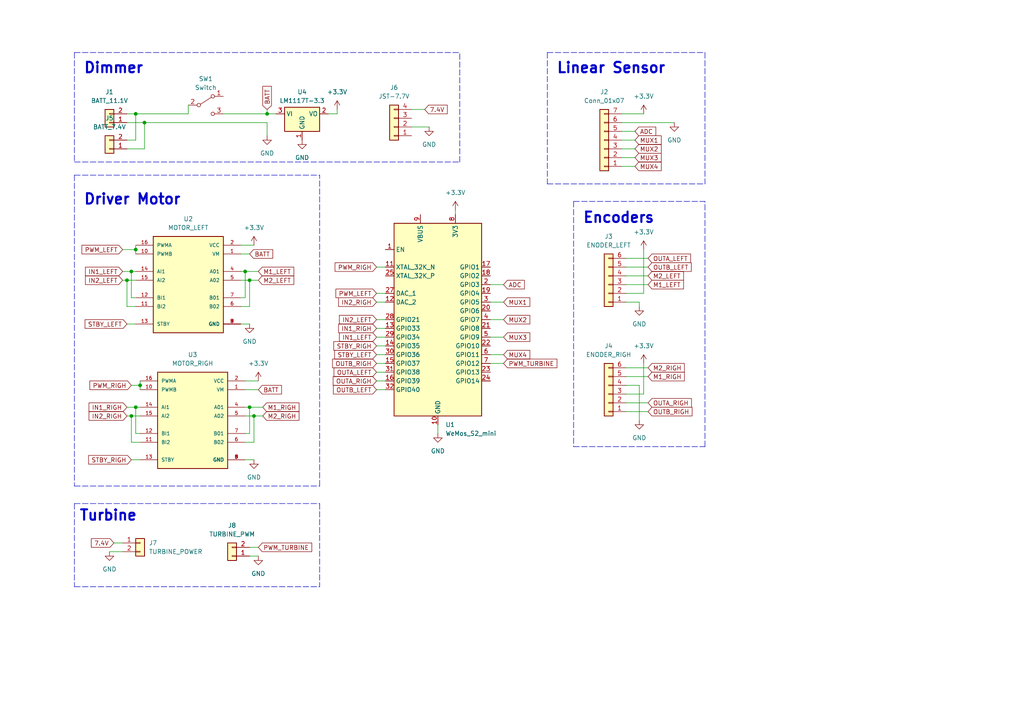
<source format=kicad_sch>
(kicad_sch (version 20230121) (generator eeschema)
  (paper "A4")
  (lib_symbols
    (symbol "Connector_Generic:Conn_01x02" (pin_names (offset 1.016) hide)
      (property "Reference" "J" (at 0 2.54 0))
      (property "Value" "Conn_01x02" (at 0 -5.08 0))
      (symbol "Conn_01x02_1_1"
        (rectangle (start -1.27 -2.413) (end 0 -2.667) (stroke (width 0.1524)))
        (rectangle (start -1.27 0.127) (end 0 -0.127) (stroke (width 0.1524)))
        (rectangle (start -1.27 1.27) (end 1.27 -3.81) (stroke (width 0.254)) (fill (type background)))
        (pin passive line (at -5.08 0 0) (length 3.81) (name "Pin_1") (number "1"))
        (pin passive line (at -5.08 -2.54 0) (length 3.81) (name "Pin_2") (number "2"))
      )
    )
    (symbol "Connector_Generic:Conn_01x04" (pin_names (offset 1.016) hide)
      (property "Reference" "J" (at 0 5.08 0))
      (property "Value" "Conn_01x04" (at 0 -7.62 0))
      (symbol "Conn_01x04_1_1"
        (rectangle (start -1.27 -4.953) (end 0 -5.207) (stroke (width 0.1524)))
        (rectangle (start -1.27 -2.413) (end 0 -2.667) (stroke (width 0.1524)))
        (rectangle (start -1.27 0.127) (end 0 -0.127) (stroke (width 0.1524)))
        (rectangle (start -1.27 2.667) (end 0 2.413) (stroke (width 0.1524)))
        (rectangle (start -1.27 3.81) (end 1.27 -6.35) (stroke (width 0.254)) (fill (type background)))
        (pin passive line (at -5.08 2.54 0) (length 3.81) (name "Pin_1") (number "1"))
        (pin passive line (at -5.08 0 0) (length 3.81) (name "Pin_2") (number "2"))
        (pin passive line (at -5.08 -2.54 0) (length 3.81) (name "Pin_3") (number "3"))
        (pin passive line (at -5.08 -5.08 0) (length 3.81) (name "Pin_4") (number "4"))
      )
    )
    (symbol "Connector_Generic:Conn_01x06" (pin_names (offset 1.016) hide)
      (property "Reference" "J" (at 0 7.62 0))
      (property "Value" "Conn_01x06" (at 0 -10.16 0))
      (symbol "Conn_01x06_1_1"
        (rectangle (start -1.27 -7.493) (end 0 -7.747) (stroke (width 0.1524)))
        (rectangle (start -1.27 -4.953) (end 0 -5.207) (stroke (width 0.1524)))
        (rectangle (start -1.27 -2.413) (end 0 -2.667) (stroke (width 0.1524)))
        (rectangle (start -1.27 0.127) (end 0 -0.127) (stroke (width 0.1524)))
        (rectangle (start -1.27 2.667) (end 0 2.413) (stroke (width 0.1524)))
        (rectangle (start -1.27 5.207) (end 0 4.953) (stroke (width 0.1524)))
        (rectangle (start -1.27 6.35) (end 1.27 -8.89) (stroke (width 0.254)) (fill (type background)))
        (pin passive line (at -5.08 5.08 0) (length 3.81) (name "Pin_1") (number "1"))
        (pin passive line (at -5.08 2.54 0) (length 3.81) (name "Pin_2") (number "2"))
        (pin passive line (at -5.08 0 0) (length 3.81) (name "Pin_3") (number "3"))
        (pin passive line (at -5.08 -2.54 0) (length 3.81) (name "Pin_4") (number "4"))
        (pin passive line (at -5.08 -5.08 0) (length 3.81) (name "Pin_5") (number "5"))
        (pin passive line (at -5.08 -7.62 0) (length 3.81) (name "Pin_6") (number "6"))
      )
    )
    (symbol "Connector_Generic:Conn_01x07" (pin_names (offset 1.016) hide)
      (property "Reference" "J" (at 0 10.16 0))
      (property "Value" "Conn_01x07" (at 0 -10.16 0))
      (symbol "Conn_01x07_1_1"
        (rectangle (start -1.27 -7.493) (end 0 -7.747) (stroke (width 0.1524)))
        (rectangle (start -1.27 -4.953) (end 0 -5.207) (stroke (width 0.1524)))
        (rectangle (start -1.27 -2.413) (end 0 -2.667) (stroke (width 0.1524)))
        (rectangle (start -1.27 0.127) (end 0 -0.127) (stroke (width 0.1524)))
        (rectangle (start -1.27 2.667) (end 0 2.413) (stroke (width 0.1524)))
        (rectangle (start -1.27 5.207) (end 0 4.953) (stroke (width 0.1524)))
        (rectangle (start -1.27 7.747) (end 0 7.493) (stroke (width 0.1524)))
        (rectangle (start -1.27 8.89) (end 1.27 -8.89) (stroke (width 0.254)) (fill (type background)))
        (pin passive line (at -5.08 7.62 0) (length 3.81) (name "Pin_1") (number "1"))
        (pin passive line (at -5.08 5.08 0) (length 3.81) (name "Pin_2") (number "2"))
        (pin passive line (at -5.08 2.54 0) (length 3.81) (name "Pin_3") (number "3"))
        (pin passive line (at -5.08 0 0) (length 3.81) (name "Pin_4") (number "4"))
        (pin passive line (at -5.08 -2.54 0) (length 3.81) (name "Pin_5") (number "5"))
        (pin passive line (at -5.08 -5.08 0) (length 3.81) (name "Pin_6") (number "6"))
        (pin passive line (at -5.08 -7.62 0) (length 3.81) (name "Pin_7") (number "7"))
      )
    )
    (symbol "MCU_Module:WeMos_S2_mini"
      (property "Reference" "U" (at 2.54 -30.48 0))
      (property "Value" "WeMos_S2_mini" (at 2.54 -33.02 0))
      (symbol "WeMos_S2_mini_1_1"
        (rectangle (start -12.7 27.94) (end 12.7 -27.94) (stroke (width 0.254)) (fill (type background)))
        (pin input line (at -15.24 20.32 0) (length 2.54) (name "EN") (number "1"))
        (pin power_in line (at 0 -30.48 90) (length 2.54) (name "GND") (number "10"))
        (pin input line (at -15.24 15.24 0) (length 2.54) (name "XTAL_32K_N") (number "11"))
        (pin output line (at -15.24 5.08 0) (length 2.54) (name "DAC_2") (number "12"))
        (pin bidirectional line (at -15.24 -2.54 0) (length 2.54) (name "GPIO33") (number "13"))
        (pin bidirectional line (at -15.24 -7.62 0) (length 2.54) (name "GPIO35") (number "14"))
        (pin bidirectional line (at -15.24 -12.7 0) (length 2.54) (name "GPIO37") (number "15"))
        (pin bidirectional line (at -15.24 -17.78 0) (length 2.54) (name "GPIO39") (number "16"))
        (pin bidirectional line (at 15.24 15.24 180) (length 2.54) (name "GPIO1") (number "17"))
        (pin bidirectional line (at 15.24 12.7 180) (length 2.54) (name "GPIO2") (number "18"))
        (pin bidirectional line (at 15.24 7.62 180) (length 2.54) (name "GPIO4") (number "19"))
        (pin bidirectional line (at 15.24 10.16 180) (length 2.54) (name "GPIO3") (number "2"))
        (pin bidirectional line (at 15.24 2.54 180) (length 2.54) (name "GPIO6") (number "20"))
        (pin bidirectional line (at 15.24 -2.54 180) (length 2.54) (name "GPIO8") (number "21"))
        (pin bidirectional line (at 15.24 -7.62 180) (length 2.54) (name "GPIO10") (number "22"))
        (pin bidirectional line (at 15.24 -15.24 180) (length 2.54) (name "GPIO13") (number "23"))
        (pin bidirectional line (at 15.24 -17.78 180) (length 2.54) (name "GPIO14") (number "24"))
        (pin output line (at -15.24 12.7 0) (length 2.54) (name "XTAL_32K_P") (number "25"))
        (pin passive line (at 0 -30.48 90) (length 2.54) hide (name "GND") (number "26"))
        (pin output line (at -15.24 7.62 0) (length 2.54) (name "DAC_1") (number "27"))
        (pin bidirectional line (at -15.24 0 0) (length 2.54) (name "GPIO21") (number "28"))
        (pin bidirectional line (at -15.24 -5.08 0) (length 2.54) (name "GPIO34") (number "29"))
        (pin bidirectional line (at 15.24 5.08 180) (length 2.54) (name "GPIO5") (number "3"))
        (pin bidirectional line (at -15.24 -10.16 0) (length 2.54) (name "GPIO36") (number "30"))
        (pin bidirectional line (at -15.24 -15.24 0) (length 2.54) (name "GPIO38") (number "31"))
        (pin bidirectional line (at -15.24 -20.32 0) (length 2.54) (name "GPIO40") (number "32"))
        (pin bidirectional line (at 15.24 0 180) (length 2.54) (name "GPIO7") (number "4"))
        (pin bidirectional line (at 15.24 -5.08 180) (length 2.54) (name "GPIO9") (number "5"))
        (pin bidirectional line (at 15.24 -10.16 180) (length 2.54) (name "GPIO11") (number "6"))
        (pin bidirectional line (at 15.24 -12.7 180) (length 2.54) (name "GPIO12") (number "7"))
        (pin power_out line (at 5.08 30.48 270) (length 2.54) (name "3V3") (number "8"))
        (pin power_out line (at -5.08 30.48 270) (length 2.54) (name "VBUS") (number "9"))
      )
    )
    (symbol "Regulator_Linear:LM1117T-3.3"
      (property "Reference" "U" (at -3.81 3.175 0))
      (property "Value" "LM1117T-3.3" (at 0 3.175 0))
      (symbol "LM1117T-3.3_0_1"
        (rectangle (start -5.08 -5.08) (end 5.08 1.905) (stroke (width 0.254)) (fill (type background)))
      )
      (symbol "LM1117T-3.3_1_1"
        (pin power_in line (at 0 -7.62 90) (length 2.54) (name "GND") (number "1"))
        (pin power_out line (at 7.62 0 180) (length 2.54) (name "VO") (number "2"))
        (pin power_in line (at -7.62 0 0) (length 2.54) (name "VI") (number "3"))
      )
    )
    (symbol "Switch:SW_SPDT" (pin_names (offset 0) hide)
      (property "Reference" "SW" (at 0 4.318 0))
      (property "Value" "SW_SPDT" (at 0 -5.08 0))
      (symbol "SW_SPDT_0_0"
        (circle (center -2.032 0) (radius 0.508))
        (circle (center 2.032 -2.54) (radius 0.508))
      )
      (symbol "SW_SPDT_0_1"
        (polyline (pts (xy -1.524 0.254) (xy 1.651 2.286)))
        (circle (center 2.032 2.54) (radius 0.508))
      )
      (symbol "SW_SPDT_1_1"
        (pin passive line (at 5.08 2.54 180) (length 2.54) (name "A") (number "1"))
        (pin passive line (at -5.08 0 0) (length 2.54) (name "B") (number "2"))
        (pin passive line (at 5.08 -2.54 180) (length 2.54) (name "C") (number "3"))
      )
    )
    (symbol "TB6612FNG_MODULE:ROB-14450" (pin_names (offset 1.016))
      (property "Reference" "U" (at -10.16 16.002 0))
      (property "Value" "ROB-14450" (at -10.16 -15.24 0))
      (symbol "ROB-14450_0_0"
        (rectangle (start -10.16 -12.7) (end 10.16 15.24) (stroke (width 0.254)) (fill (type background)))
        (pin power_in line (at 15.24 10.16 180) (length 5.08) (name "VM") (number "1"))
        (pin input line (at -15.24 10.16 0) (length 5.08) (name "PWMB") (number "10"))
        (pin input line (at -15.24 -5.08 0) (length 5.08) (name "BI2") (number "11"))
        (pin input line (at -15.24 -2.54 0) (length 5.08) (name "BI1") (number "12"))
        (pin input line (at -15.24 -10.16 0) (length 5.08) (name "STBY") (number "13"))
        (pin input line (at -15.24 5.08 0) (length 5.08) (name "AI1") (number "14"))
        (pin input line (at -15.24 2.54 0) (length 5.08) (name "AI2") (number "15"))
        (pin input line (at -15.24 12.7 0) (length 5.08) (name "PWMA") (number "16"))
        (pin power_in line (at 15.24 12.7 180) (length 5.08) (name "VCC") (number "2"))
        (pin power_in line (at 15.24 -10.16 180) (length 5.08) (name "GND") (number "3"))
        (pin output line (at 15.24 5.08 180) (length 5.08) (name "A01") (number "4"))
        (pin output line (at 15.24 2.54 180) (length 5.08) (name "A02") (number "5"))
        (pin output line (at 15.24 -5.08 180) (length 5.08) (name "B02") (number "6"))
        (pin output line (at 15.24 -2.54 180) (length 5.08) (name "B01") (number "7"))
        (pin power_in line (at 15.24 -10.16 180) (length 5.08) (name "GND") (number "8"))
        (pin power_in line (at 15.24 -10.16 180) (length 5.08) (name "GND") (number "9"))
      )
    )
    (symbol "power:+3.3V" (power) (pin_names (offset 0))
      (property "Value" "+3.3V" (at 0 3.556 0))
      (symbol "+3.3V_0_1"
        (polyline (pts (xy -0.762 1.27) (xy 0 2.54)))
        (polyline (pts (xy 0 0) (xy 0 2.54)))
        (polyline (pts (xy 0 2.54) (xy 0.762 1.27)))
      )
      (symbol "+3.3V_1_1"
        (pin power_in line (at 0 0 90) (length 0) hide (name "+3.3V") (number "1"))
      )
    )
    (symbol "power:GND" (power) (pin_names (offset 0))
      (property "Value" "GND" (at 0 -3.81 0))
      (symbol "GND_0_1"
        (polyline (pts (xy 0 0) (xy 0 -1.27) (xy 1.27 -1.27) (xy 0 -2.54) (xy -1.27 -1.27) (xy 0 -1.27)))
      )
      (symbol "GND_1_1"
        (pin power_in line (at 0 0 270) (length 0) hide (name "GND") (number "1"))
      )
    )
  )
  (junction (at 72.39 81.28))
  (junction (at 73.66 120.65))
  (junction (at 77.47 33.02))
  (junction (at 41.91 35.56))
  (junction (at 38.1 78.74))
  (junction (at 71.12 78.74))
  (junction (at 39.37 72.39))
  (junction (at 40.64 111.76))
  (junction (at 72.39 118.11))
  (junction (at 39.37 118.11))
  (junction (at 39.37 33.02))
  (junction (at 36.83 81.28))
  (junction (at 38.1 120.65))
  (wire (pts (xy 180.34 33.02) (xy 186.69 33.02)))
  (wire (pts (xy 77.47 35.56) (xy 77.47 39.37)))
  (polyline (pts (xy 204.47 129.54) (xy 204.47 58.42)) (stroke (width 0) (type dash)))
  (wire (pts (xy 119.38 36.83) (xy 124.46 36.83)))
  (wire (pts (xy 186.69 85.09) (xy 186.69 72.39)))
  (polyline (pts (xy 21.59 15.24) (xy 133.35 15.24)) (stroke (width 0) (type dash)))
  (wire (pts (xy 36.83 43.18) (xy 41.91 43.18)))
  (wire (pts (xy 36.83 118.11) (xy 39.37 118.11)))
  (polyline (pts (xy 21.59 140.97) (xy 92.71 140.97)) (stroke (width 0) (type dash)))
  (wire (pts (xy 69.85 73.66) (xy 72.39 73.66)))
  (polyline (pts (xy 21.59 50.8) (xy 21.59 140.97)) (stroke (width 0) (type dash)))
  (wire (pts (xy 39.37 118.11) (xy 40.64 118.11)))
  (polyline (pts (xy 158.75 15.24) (xy 204.47 15.24)) (stroke (width 0) (type dash)))
  (wire (pts (xy 180.34 45.72) (xy 184.15 45.72)))
  (wire (pts (xy 36.83 81.28) (xy 39.37 81.28)))
  (polyline (pts (xy 158.75 15.24) (xy 158.75 53.34)) (stroke (width 0) (type dash)))
  (wire (pts (xy 71.12 128.27) (xy 73.66 128.27)))
  (wire (pts (xy 186.69 114.3) (xy 181.61 114.3)))
  (wire (pts (xy 38.1 120.65) (xy 40.64 120.65)))
  (wire (pts (xy 40.64 125.73) (xy 39.37 125.73)))
  (wire (pts (xy 40.64 110.49) (xy 40.64 111.76)))
  (wire (pts (xy 36.83 120.65) (xy 38.1 120.65)))
  (polyline (pts (xy 21.59 146.05) (xy 21.59 170.18)) (stroke (width 0) (type dash)))
  (wire (pts (xy 181.61 77.47) (xy 187.96 77.47)))
  (wire (pts (xy 109.22 85.09) (xy 111.76 85.09)))
  (wire (pts (xy 132.08 60.96) (xy 132.08 62.23)))
  (wire (pts (xy 109.22 105.41) (xy 111.76 105.41)))
  (wire (pts (xy 95.25 33.02) (xy 97.79 33.02)))
  (polyline (pts (xy 204.47 15.24) (xy 204.47 53.34)) (stroke (width 0) (type dash)))
  (polyline (pts (xy 21.59 146.05) (xy 92.71 146.05)) (stroke (width 0) (type dash)))
  (wire (pts (xy 142.24 97.79) (xy 146.05 97.79)))
  (wire (pts (xy 38.1 78.74) (xy 39.37 78.74)))
  (wire (pts (xy 186.69 105.41) (xy 186.69 114.3)))
  (wire (pts (xy 71.12 133.35) (xy 73.66 133.35)))
  (wire (pts (xy 69.85 93.98) (xy 72.39 93.98)))
  (wire (pts (xy 72.39 161.29) (xy 74.93 161.29)))
  (wire (pts (xy 71.12 78.74) (xy 74.93 78.74)))
  (wire (pts (xy 180.34 35.56) (xy 195.58 35.56)))
  (wire (pts (xy 38.1 86.36) (xy 38.1 78.74)))
  (wire (pts (xy 181.61 106.68) (xy 187.96 106.68)))
  (wire (pts (xy 142.24 87.63) (xy 146.05 87.63)))
  (wire (pts (xy 109.22 102.87) (xy 111.76 102.87)))
  (wire (pts (xy 39.37 71.12) (xy 39.37 72.39)))
  (wire (pts (xy 77.47 33.02) (xy 80.01 33.02)))
  (wire (pts (xy 109.22 100.33) (xy 111.76 100.33)))
  (wire (pts (xy 35.56 81.28) (xy 36.83 81.28)))
  (wire (pts (xy 71.12 86.36) (xy 71.12 78.74)))
  (wire (pts (xy 33.02 157.48) (xy 35.56 157.48)))
  (wire (pts (xy 73.66 128.27) (xy 73.66 120.65)))
  (polyline (pts (xy 21.59 170.18) (xy 92.71 170.18)) (stroke (width 0) (type dash)))
  (wire (pts (xy 36.83 81.28) (xy 36.83 88.9)))
  (wire (pts (xy 180.34 40.64) (xy 184.15 40.64)))
  (wire (pts (xy 109.22 95.25) (xy 111.76 95.25)))
  (wire (pts (xy 38.1 111.76) (xy 40.64 111.76)))
  (wire (pts (xy 97.79 33.02) (xy 97.79 31.75)))
  (wire (pts (xy 71.12 113.03) (xy 74.93 113.03)))
  (wire (pts (xy 39.37 33.02) (xy 54.61 33.02)))
  (wire (pts (xy 76.2 120.65) (xy 73.66 120.65)))
  (wire (pts (xy 69.85 88.9) (xy 72.39 88.9)))
  (wire (pts (xy 64.77 33.02) (xy 77.47 33.02)))
  (wire (pts (xy 41.91 35.56) (xy 77.47 35.56)))
  (wire (pts (xy 71.12 110.49) (xy 74.93 110.49)))
  (wire (pts (xy 109.22 107.95) (xy 111.76 107.95)))
  (wire (pts (xy 69.85 71.12) (xy 73.66 71.12)))
  (wire (pts (xy 109.22 113.03) (xy 111.76 113.03)))
  (wire (pts (xy 39.37 88.9) (xy 36.83 88.9)))
  (wire (pts (xy 71.12 120.65) (xy 73.66 120.65)))
  (wire (pts (xy 109.22 87.63) (xy 111.76 87.63)))
  (wire (pts (xy 181.61 109.22) (xy 187.96 109.22)))
  (wire (pts (xy 72.39 81.28) (xy 74.93 81.28)))
  (wire (pts (xy 41.91 43.18) (xy 41.91 35.56)))
  (wire (pts (xy 181.61 85.09) (xy 186.69 85.09)))
  (wire (pts (xy 71.12 118.11) (xy 72.39 118.11)))
  (wire (pts (xy 36.83 35.56) (xy 41.91 35.56)))
  (wire (pts (xy 36.83 93.98) (xy 39.37 93.98)))
  (wire (pts (xy 184.15 43.18) (xy 180.34 43.18)))
  (wire (pts (xy 181.61 80.01) (xy 187.96 80.01)))
  (wire (pts (xy 36.83 40.64) (xy 39.37 40.64)))
  (wire (pts (xy 181.61 87.63) (xy 185.42 87.63)))
  (wire (pts (xy 71.12 125.73) (xy 72.39 125.73)))
  (wire (pts (xy 142.24 92.71) (xy 146.05 92.71)))
  (polyline (pts (xy 92.71 140.97) (xy 92.71 50.8)) (stroke (width 0) (type dash)))
  (wire (pts (xy 77.47 31.75) (xy 77.47 33.02)))
  (wire (pts (xy 185.42 87.63) (xy 185.42 88.9)))
  (wire (pts (xy 35.56 72.39) (xy 39.37 72.39)))
  (wire (pts (xy 142.24 102.87) (xy 146.05 102.87)))
  (wire (pts (xy 38.1 120.65) (xy 38.1 128.27)))
  (wire (pts (xy 109.22 97.79) (xy 111.76 97.79)))
  (wire (pts (xy 187.96 116.84) (xy 181.61 116.84)))
  (wire (pts (xy 69.85 81.28) (xy 72.39 81.28)))
  (wire (pts (xy 69.85 78.74) (xy 71.12 78.74)))
  (wire (pts (xy 185.42 111.76) (xy 185.42 121.92)))
  (wire (pts (xy 69.85 86.36) (xy 71.12 86.36)))
  (wire (pts (xy 187.96 82.55) (xy 181.61 82.55)))
  (wire (pts (xy 54.61 33.02) (xy 54.61 30.48)))
  (polyline (pts (xy 92.71 146.05) (xy 92.71 170.18)) (stroke (width 0) (type dash)))
  (polyline (pts (xy 166.37 129.54) (xy 204.47 129.54)) (stroke (width 0) (type dash)))
  (wire (pts (xy 72.39 125.73) (xy 72.39 118.11)))
  (wire (pts (xy 127 123.19) (xy 127 125.73)))
  (wire (pts (xy 184.15 48.26) (xy 180.34 48.26)))
  (wire (pts (xy 39.37 125.73) (xy 39.37 118.11)))
  (polyline (pts (xy 21.59 50.8) (xy 92.71 50.8)) (stroke (width 0) (type dash)))
  (polyline (pts (xy 166.37 58.42) (xy 204.47 58.42)) (stroke (width 0) (type dash)))
  (wire (pts (xy 39.37 40.64) (xy 39.37 33.02)))
  (wire (pts (xy 39.37 86.36) (xy 38.1 86.36)))
  (wire (pts (xy 72.39 158.75) (xy 74.93 158.75)))
  (wire (pts (xy 109.22 92.71) (xy 111.76 92.71)))
  (wire (pts (xy 181.61 74.93) (xy 187.96 74.93)))
  (wire (pts (xy 39.37 72.39) (xy 39.37 73.66)))
  (wire (pts (xy 119.38 31.75) (xy 123.19 31.75)))
  (wire (pts (xy 36.83 33.02) (xy 39.37 33.02)))
  (wire (pts (xy 40.64 128.27) (xy 38.1 128.27)))
  (wire (pts (xy 181.61 111.76) (xy 185.42 111.76)))
  (wire (pts (xy 180.34 38.1) (xy 184.15 38.1)))
  (wire (pts (xy 35.56 78.74) (xy 38.1 78.74)))
  (polyline (pts (xy 166.37 58.42) (xy 166.37 129.54)) (stroke (width 0) (type dash)))
  (wire (pts (xy 181.61 119.38) (xy 187.96 119.38)))
  (wire (pts (xy 38.1 133.35) (xy 40.64 133.35)))
  (wire (pts (xy 142.24 105.41) (xy 146.05 105.41)))
  (wire (pts (xy 72.39 88.9) (xy 72.39 81.28)))
  (wire (pts (xy 142.24 82.55) (xy 146.05 82.55)))
  (polyline (pts (xy 21.59 46.99) (xy 133.35 46.99)) (stroke (width 0) (type dash)))
  (polyline (pts (xy 133.35 46.99) (xy 133.35 15.24)) (stroke (width 0) (type dash)))
  (wire (pts (xy 31.75 160.02) (xy 35.56 160.02)))
  (polyline (pts (xy 158.75 53.34) (xy 204.47 53.34)) (stroke (width 0) (type dash)))
  (wire (pts (xy 76.2 118.11) (xy 72.39 118.11)))
  (polyline (pts (xy 21.59 15.24) (xy 21.59 46.99)) (stroke (width 0) (type dash)))
  (wire (pts (xy 109.22 77.47) (xy 111.76 77.47)))
  (wire (pts (xy 109.22 110.49) (xy 111.76 110.49)))
  (wire (pts (xy 40.64 111.76) (xy 40.64 113.03)))
  (text "Encoders\n\n" (at 168.91 69.85 0) (effects (font (size 3 3) (thickness 0.6) bold) (justify left bottom)))
  (text "Driver Motor\n" (at 24.13 59.69 0) (effects (font (size 3 3) (thickness 0.6) bold) (justify left bottom)))
  (text "Turbine\n\n" (at 22.86 156.21 0) (effects (font (size 3 3) (thickness 0.6) bold) (justify left bottom)))
  (text "Linear Sensor\n" (at 161.29 21.59 0) (effects (font (size 3 3) (thickness 0.6) bold) (justify left bottom)))
  (text "Dimmer\n" (at 24.13 21.59 0) (effects (font (size 3 3) (thickness 0.6) bold) (justify left bottom)))
  (global_label "M1_RIGH" (shape input) (at 187.96 109.22 0) (property "Intersheetrefs" "${INTERSHEET_REFS}" (effects hide)))
  (global_label "IN1_LEFT" (shape input) (at 109.22 97.79 180) (property "Intersheetrefs" "${INTERSHEET_REFS}" (effects hide)))
  (global_label "OUTB_RIGH" (shape input) (at 187.96 119.38 0) (property "Intersheetrefs" "${INTERSHEET_REFS}" (effects hide)))
  (global_label "M1_LEFT" (shape input) (at 74.93 78.74 0) (property "Intersheetrefs" "${INTERSHEET_REFS}" (effects hide)))
  (global_label "MUX1" (shape input) (at 184.15 40.64 0) (property "Intersheetrefs" "${INTERSHEET_REFS}" (effects hide)))
  (global_label "M2_LEFT" (shape input) (at 187.96 80.01 0) (property "Intersheetrefs" "${INTERSHEET_REFS}" (effects hide)))
  (global_label "IN2_RIGH" (shape input) (at 109.22 87.63 180) (property "Intersheetrefs" "${INTERSHEET_REFS}" (effects hide)))
  (global_label "IN1_RIGH" (shape input) (at 36.83 118.11 180) (property "Intersheetrefs" "${INTERSHEET_REFS}" (effects hide)))
  (global_label "STBY_RIGH" (shape input) (at 109.22 100.33 180) (property "Intersheetrefs" "${INTERSHEET_REFS}" (effects hide)))
  (global_label "ADC" (shape input) (at 146.05 82.55 0) (property "Intersheetrefs" "${INTERSHEET_REFS}" (effects hide)))
  (global_label "M1_LEFT" (shape input) (at 187.96 82.55 0) (property "Intersheetrefs" "${INTERSHEET_REFS}" (effects hide)))
  (global_label "M2_RIGH" (shape input) (at 76.2 120.65 0) (property "Intersheetrefs" "${INTERSHEET_REFS}" (effects hide)))
  (global_label "OUTB_LEFT" (shape input) (at 109.22 113.03 180) (property "Intersheetrefs" "${INTERSHEET_REFS}" (effects hide)))
  (global_label "OUTB_RIGH" (shape input) (at 109.22 105.41 180) (property "Intersheetrefs" "${INTERSHEET_REFS}" (effects hide)))
  (global_label "IN2_LEFT" (shape input) (at 109.22 92.71 180) (property "Intersheetrefs" "${INTERSHEET_REFS}" (effects hide)))
  (global_label "ADC" (shape input) (at 184.15 38.1 0) (property "Intersheetrefs" "${INTERSHEET_REFS}" (effects hide)))
  (global_label "IN1_RIGH" (shape input) (at 109.22 95.25 180) (property "Intersheetrefs" "${INTERSHEET_REFS}" (effects hide)))
  (global_label "OUTA_LEFT" (shape input) (at 109.22 107.95 180) (property "Intersheetrefs" "${INTERSHEET_REFS}" (effects hide)))
  (global_label "PWM_LEFT" (shape input) (at 35.56 72.39 180) (property "Intersheetrefs" "${INTERSHEET_REFS}" (effects hide)))
  (global_label "PWM_RIGH" (shape input) (at 109.22 77.47 180) (property "Intersheetrefs" "${INTERSHEET_REFS}" (effects hide)))
  (global_label "STBY_LEFT" (shape input) (at 109.22 102.87 180) (property "Intersheetrefs" "${INTERSHEET_REFS}" (effects hide)))
  (global_label "IN2_LEFT" (shape input) (at 35.56 81.28 180) (property "Intersheetrefs" "${INTERSHEET_REFS}" (effects hide)))
  (global_label "OUTA_RIGH" (shape input) (at 187.96 116.84 0) (property "Intersheetrefs" "${INTERSHEET_REFS}" (effects hide)))
  (global_label "7.4V" (shape input) (at 33.02 157.48 180) (property "Intersheetrefs" "${INTERSHEET_REFS}" (effects hide)))
  (global_label "PWM_TURBINE" (shape input) (at 146.05 105.41 0) (property "Intersheetrefs" "${INTERSHEET_REFS}" (effects hide)))
  (global_label "MUX2" (shape input) (at 184.15 43.18 0) (property "Intersheetrefs" "${INTERSHEET_REFS}" (effects hide)))
  (global_label "M2_LEFT" (shape input) (at 74.93 81.28 0) (property "Intersheetrefs" "${INTERSHEET_REFS}" (effects hide)))
  (global_label "PWM_RIGH" (shape input) (at 38.1 111.76 180) (property "Intersheetrefs" "${INTERSHEET_REFS}" (effects hide)))
  (global_label "OUTA_LEFT" (shape input) (at 187.96 74.93 0) (property "Intersheetrefs" "${INTERSHEET_REFS}" (effects hide)))
  (global_label "IN2_RIGH" (shape input) (at 36.83 120.65 180) (property "Intersheetrefs" "${INTERSHEET_REFS}" (effects hide)))
  (global_label "OUTA_RIGH" (shape input) (at 109.22 110.49 180) (property "Intersheetrefs" "${INTERSHEET_REFS}" (effects hide)))
  (global_label "MUX2" (shape input) (at 146.05 92.71 0) (property "Intersheetrefs" "${INTERSHEET_REFS}" (effects hide)))
  (global_label "STBY_RIGH" (shape input) (at 38.1 133.35 180) (property "Intersheetrefs" "${INTERSHEET_REFS}" (effects hide)))
  (global_label "MUX3" (shape input) (at 146.05 97.79 0) (property "Intersheetrefs" "${INTERSHEET_REFS}" (effects hide)))
  (global_label "IN1_LEFT" (shape input) (at 35.56 78.74 180) (property "Intersheetrefs" "${INTERSHEET_REFS}" (effects hide)))
  (global_label "BATT" (shape input) (at 77.47 31.75 90) (property "Intersheetrefs" "${INTERSHEET_REFS}" (effects hide)))
  (global_label "M1_RIGH" (shape input) (at 76.2 118.11 0) (property "Intersheetrefs" "${INTERSHEET_REFS}" (effects hide)))
  (global_label "OUTB_LEFT" (shape input) (at 187.96 77.47 0) (property "Intersheetrefs" "${INTERSHEET_REFS}" (effects hide)))
  (global_label "BATT" (shape input) (at 74.93 113.03 0) (property "Intersheetrefs" "${INTERSHEET_REFS}" (effects hide)))
  (global_label "MUX3" (shape input) (at 184.15 45.72 0) (property "Intersheetrefs" "${INTERSHEET_REFS}" (effects hide)))
  (global_label "M2_RIGH" (shape input) (at 187.96 106.68 0) (property "Intersheetrefs" "${INTERSHEET_REFS}" (effects hide)))
  (global_label "MUX4" (shape input) (at 146.05 102.87 0) (property "Intersheetrefs" "${INTERSHEET_REFS}" (effects hide)))
  (global_label "STBY_LEFT" (shape input) (at 36.83 93.98 180) (property "Intersheetrefs" "${INTERSHEET_REFS}" (effects hide)))
  (global_label "MUX4" (shape input) (at 184.15 48.26 0) (property "Intersheetrefs" "${INTERSHEET_REFS}" (effects hide)))
  (global_label "PWM_TURBINE" (shape input) (at 74.93 158.75 0) (property "Intersheetrefs" "${INTERSHEET_REFS}" (effects hide)))
  (global_label "BATT" (shape input) (at 72.39 73.66 0) (property "Intersheetrefs" "${INTERSHEET_REFS}" (effects hide)))
  (global_label "7.4V" (shape input) (at 123.19 31.75 0) (property "Intersheetrefs" "${INTERSHEET_REFS}" (effects hide)))
  (global_label "PWM_LEFT" (shape input) (at 109.22 85.09 180) (property "Intersheetrefs" "${INTERSHEET_REFS}" (effects hide)))
  (global_label "MUX1" (shape input) (at 146.05 87.63 0) (property "Intersheetrefs" "${INTERSHEET_REFS}" (effects hide)))
  (symbol (lib_id "power:GND") (at 77.47 39.37 0) (unit 1)
    (property "Reference" "#PWR05" (effects hide))
    (property "Value" "GND" (at 77.47 44.45 0))
  )
  (symbol (lib_id "Switch:SW_SPDT") (at 59.69 30.48 0) (unit 1)
    (property "Reference" "SW1" (at 59.69 22.86 0))
    (property "Value" "Switch" (at 59.69 25.4 0))
    (property "Footprint" "Connector_PinHeader_2.54mm:PinHeader_1x03_P2.54mm_Vertical" (effects hide))
  )
  (symbol (lib_id "TB6612FNG_MODULE:ROB-14450") (at 55.88 123.19 0) (unit 1)
    (property "Reference" "U3" (at 55.88 102.87 0))
    (property "Value" "MOTOR_RIGH" (at 55.88 105.41 0))
    (property "Footprint" "Footprint:TB6612FNG_MODULE" (effects hide))
    (property "MF" "SparkFun Electronics" (effects hide))
    (property "Description" "\nTB6612FNG Motor Controller/Driver Power Management Evaluation Board\n" (effects hide))
    (property "Package" "None" (effects hide))
    (property "Price" "None" (effects hide))
    (property "Check_prices" "https://www.snapeda.com/parts/ROB-14450/SparkFun+Electronics/view-part/?ref=eda" (effects hide))
    (property "STANDARD" "Manufacturer Recommendation" (effects hide))
    (property "PARTREV" "11-13-17" (effects hide))
    (property "SnapEDA_Link" "https://www.snapeda.com/parts/ROB-14450/SparkFun+Electronics/view-part/?ref=snap" (effects hide))
    (property "MP" "ROB-14450" (effects hide))
    (property "Purchase-URL" "https://www.snapeda.com/api/url_track_click_mouser/?unipart_id=2656367&manufacturer=SparkFun Electronics&part_name=ROB-14450&search_term=None" (effects hide))
    (property "Availability" "In Stock" (effects hide))
    (property "MANUFACTURER" "Sparkfun Electronics" (effects hide))
  )
  (symbol (lib_id "power:+3.3V") (at 73.66 71.12 0) (unit 1)
    (property "Reference" "#PWR01" (effects hide))
    (property "Value" "+3.3V" (at 73.66 66.04 0))
  )
  (symbol (lib_id "power:+3.3V") (at 186.69 33.02 0) (unit 1)
    (property "Reference" "#PWR07" (effects hide))
    (property "Value" "+3.3V" (at 186.69 27.94 0))
  )
  (symbol (lib_id "power:+3.3V") (at 97.79 31.75 0) (unit 1)
    (property "Reference" "#PWR06" (effects hide))
    (property "Value" "+3.3V" (at 97.79 26.67 0))
  )
  (symbol (lib_id "Connector_Generic:Conn_01x02") (at 31.75 43.18 180) (unit 1)
    (property "Reference" "J5" (at 31.75 34.29 0))
    (property "Value" "BATT_7.4V" (at 31.75 36.83 0))
    (property "Footprint" "Connector_JST:JST_XH_B2B-XH-A_1x02_P2.50mm_Vertical" (effects hide))
  )
  (symbol (lib_id "Connector_Generic:Conn_01x02") (at 40.64 157.48 0) (unit 1)
    (property "Reference" "J7" (at 43.18 157.48 0) (effects (justify left)))
    (property "Value" "TURBINE_POWER" (at 43.18 160.02 0) (effects (justify left)))
    (property "Footprint" "Connector_JST:JST_XH_B2B-XH-A_1x02_P2.50mm_Vertical" (effects hide))
  )
  (symbol (lib_id "power:GND") (at 74.93 161.29 0) (unit 1)
    (property "Reference" "#PWR018" (effects hide))
    (property "Value" "GND" (at 74.93 166.37 0))
  )
  (symbol (lib_id "TB6612FNG_MODULE:ROB-14450") (at 54.61 83.82 0) (unit 1)
    (property "Reference" "U2" (at 54.61 63.5 0))
    (property "Value" "MOTOR_LEFT" (at 54.61 66.04 0))
    (property "Footprint" "Footprint:TB6612FNG_MODULE" (effects hide))
    (property "MF" "SparkFun Electronics" (effects hide))
    (property "Description" "\nTB6612FNG Motor Controller/Driver Power Management Evaluation Board\n" (effects hide))
    (property "Package" "None" (effects hide))
    (property "Price" "None" (effects hide))
    (property "Check_prices" "https://www.snapeda.com/parts/ROB-14450/SparkFun+Electronics/view-part/?ref=eda" (effects hide))
    (property "STANDARD" "Manufacturer Recommendation" (effects hide))
    (property "PARTREV" "11-13-17" (effects hide))
    (property "SnapEDA_Link" "https://www.snapeda.com/parts/ROB-14450/SparkFun+Electronics/view-part/?ref=snap" (effects hide))
    (property "MP" "ROB-14450" (effects hide))
    (property "Purchase-URL" "https://www.snapeda.com/api/url_track_click_mouser/?unipart_id=2656367&manufacturer=SparkFun Electronics&part_name=ROB-14450&search_term=None" (effects hide))
    (property "Availability" "In Stock" (effects hide))
    (property "MANUFACTURER" "Sparkfun Electronics" (effects hide))
  )
  (symbol (lib_id "Connector_Generic:Conn_01x07") (at 175.26 40.64 180) (unit 1)
    (property "Reference" "J2" (at 175.26 26.67 0))
    (property "Value" "Conn_01x07" (at 175.26 29.21 0))
    (property "Footprint" "Connector_PinHeader_2.54mm:PinHeader_1x07_P2.54mm_Vertical" (effects hide))
  )
  (symbol (lib_id "power:GND") (at 73.66 133.35 0) (unit 1)
    (property "Reference" "#PWR03" (effects hide))
    (property "Value" "GND" (at 73.66 138.43 0))
  )
  (symbol (lib_id "Connector_Generic:Conn_01x04") (at 114.3 36.83 180) (unit 1)
    (property "Reference" "J6" (at 114.3 25.4 0))
    (property "Value" "JST-7.7V" (at 114.3 27.94 0))
    (property "Footprint" "Connector_JST:JST_XH_B4B-XH-A_1x04_P2.50mm_Vertical" (effects hide))
  )
  (symbol (lib_id "Connector_Generic:Conn_01x06") (at 176.53 114.3 180) (unit 1)
    (property "Reference" "J4" (at 176.53 100.33 0))
    (property "Value" "ENODER_RIGH" (at 176.53 102.87 0))
    (property "Footprint" "Connector_PinHeader_2.54mm:PinHeader_1x06_P2.54mm_Vertical" (effects hide))
  )
  (symbol (lib_id "power:GND") (at 185.42 121.92 0) (unit 1)
    (property "Reference" "#PWR011" (effects hide))
    (property "Value" "GND" (at 185.42 127 0))
  )
  (symbol (lib_id "power:GND") (at 72.39 93.98 0) (unit 1)
    (property "Reference" "#PWR04" (effects hide))
    (property "Value" "GND" (at 72.39 99.06 0))
  )
  (symbol (lib_id "power:GND") (at 87.63 40.64 0) (unit 1)
    (property "Reference" "#PWR015" (effects hide))
    (property "Value" "GND" (at 87.63 45.72 0))
  )
  (symbol (lib_id "power:+3.3V") (at 186.69 72.39 0) (unit 1)
    (property "Reference" "#PWR010" (effects hide))
    (property "Value" "+3.3V" (at 186.69 67.31 0))
  )
  (symbol (lib_id "MCU_Module:WeMos_S2_mini") (at 127 92.71 0) (unit 1)
    (property "Reference" "U1" (at 129.1941 123.19 0) (effects (justify left)))
    (property "Value" "WeMos_S2_mini" (at 129.1941 125.73 0) (effects (justify left)))
    (property "Footprint" "Module:WEMOS_S2_mini" (effects hide))
    (property "Datasheet" "https://www.wemos.cc/en/latest/s2/s2_mini.html" (effects hide))
  )
  (symbol (lib_id "Connector_Generic:Conn_01x02") (at 31.75 35.56 180) (unit 1)
    (property "Reference" "J1" (at 31.75 26.67 0))
    (property "Value" "BATT_11.1V" (at 31.75 29.21 0))
    (property "Footprint" "Connectors_XT30-60:AMASS_XT30U-F_1x02_P5.0mm_Vertical" (effects hide))
  )
  (symbol (lib_id "power:GND") (at 31.75 160.02 0) (unit 1)
    (property "Reference" "#PWR017" (effects hide))
    (property "Value" "GND" (at 31.75 165.1 0))
  )
  (symbol (lib_id "power:GND") (at 124.46 36.83 0) (unit 1)
    (property "Reference" "#PWR016" (effects hide))
    (property "Value" "GND" (at 124.46 41.91 0))
  )
  (symbol (lib_id "power:+3.3V") (at 74.93 110.49 0) (unit 1)
    (property "Reference" "#PWR02" (effects hide))
    (property "Value" "+3.3V" (at 74.93 105.41 0))
  )
  (symbol (lib_id "Regulator_Linear:LM1117T-3.3") (at 87.63 33.02 0) (unit 1)
    (property "Reference" "U4" (at 87.63 26.67 0))
    (property "Value" "LM1117T-3.3" (at 87.63 29.21 0))
    (property "Footprint" "Package_TO_SOT_THT:TO-220-3_Horizontal_TabDown" (effects hide))
    (property "Datasheet" "http://www.ti.com/lit/ds/symlink/lm1117.pdf" (effects hide))
  )
  (symbol (lib_id "power:GND") (at 185.42 88.9 0) (unit 1)
    (property "Reference" "#PWR09" (effects hide))
    (property "Value" "GND" (at 185.42 93.98 0))
  )
  (symbol (lib_id "power:GND") (at 195.58 35.56 0) (unit 1)
    (property "Reference" "#PWR08" (effects hide))
    (property "Value" "GND" (at 195.58 40.64 0))
  )
  (symbol (lib_id "power:GND") (at 127 125.73 0) (unit 1)
    (property "Reference" "#PWR014" (effects hide))
    (property "Value" "GND" (at 127 130.81 0))
  )
  (symbol (lib_id "power:+3.3V") (at 186.69 105.41 0) (unit 1)
    (property "Reference" "#PWR012" (effects hide))
    (property "Value" "+3.3V" (at 186.69 100.33 0))
  )
  (symbol (lib_id "Connector_Generic:Conn_01x02") (at 67.31 161.29 180) (unit 1)
    (property "Reference" "J8" (at 67.31 152.4 0))
    (property "Value" "TURBINE_PWM" (at 67.31 154.94 0))
    (property "Footprint" "Connector_JST:JST_XH_B2B-XH-A_1x02_P2.50mm_Vertical" (effects hide))
  )
  (symbol (lib_id "power:+3.3V") (at 132.08 60.96 0) (unit 1)
    (property "Reference" "#PWR013" (effects hide))
    (property "Value" "+3.3V" (at 132.08 55.88 0))
  )
  (symbol (lib_id "Connector_Generic:Conn_01x06") (at 176.53 82.55 180) (unit 1)
    (property "Reference" "J3" (at 176.53 68.58 0))
    (property "Value" "ENODER_LEFT" (at 176.53 71.12 0))
    (property "Footprint" "Connector_PinHeader_2.54mm:PinHeader_1x06_P2.54mm_Vertical" (effects hide))
  )
)
</source>
